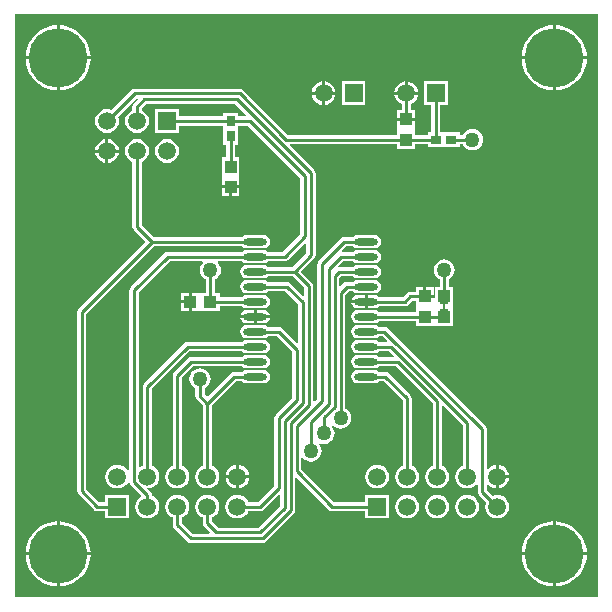
<source format=gtl>
%FSLAX24Y24*%
%MOIN*%
G70*
G01*
G75*
G04 Layer_Physical_Order=1*
G04 Layer_Color=255*
%ADD10R,0.0433X0.0394*%
%ADD11R,0.0394X0.0433*%
%ADD12R,0.0354X0.0276*%
%ADD13R,0.0276X0.0354*%
%ADD14O,0.0787X0.0236*%
%ADD15C,0.0100*%
%ADD16R,0.0100X0.0200*%
%ADD17R,0.0591X0.0591*%
%ADD18C,0.0591*%
%ADD19C,0.1969*%
%ADD20C,0.0500*%
G36*
X19565Y120D02*
X120D01*
Y19565D01*
X19565D01*
Y120D01*
D02*
G37*
%LPC*%
G36*
X16255Y4542D02*
Y4200D01*
X16597D01*
X16590Y4253D01*
X16550Y4349D01*
X16487Y4432D01*
X16404Y4495D01*
X16308Y4535D01*
X16255Y4542D01*
D02*
G37*
G36*
X6299Y7755D02*
X6208Y7743D01*
X6123Y7707D01*
X6050Y7651D01*
X5993Y7578D01*
X5958Y7493D01*
X5946Y7402D01*
X5958Y7310D01*
X5993Y7225D01*
X6050Y7152D01*
X6123Y7096D01*
X6146Y7086D01*
Y6827D01*
X6158Y6768D01*
X6191Y6719D01*
X6390Y6519D01*
Y4514D01*
X6344Y4495D01*
X6261Y4432D01*
X6198Y4349D01*
X6158Y4253D01*
X6145Y4150D01*
X6158Y4046D01*
X6198Y3950D01*
X6261Y3868D01*
X6344Y3804D01*
X6440Y3765D01*
X6543Y3751D01*
X6646Y3765D01*
X6743Y3804D01*
X6825Y3868D01*
X6889Y3950D01*
X6928Y4046D01*
X6942Y4150D01*
X6928Y4253D01*
X6889Y4349D01*
X6825Y4432D01*
X6743Y4495D01*
X6696Y4514D01*
Y6519D01*
X7506Y7329D01*
X7701D01*
X7704Y7325D01*
X7776Y7277D01*
X7861Y7260D01*
X8413D01*
X8498Y7277D01*
X8570Y7325D01*
X8618Y7397D01*
X8635Y7482D01*
X8618Y7567D01*
X8570Y7640D01*
X8498Y7688D01*
X8413Y7705D01*
X7861D01*
X7776Y7688D01*
X7704Y7640D01*
X7701Y7635D01*
X7443D01*
X7384Y7624D01*
X7335Y7590D01*
X6543Y6799D01*
X6452Y6890D01*
Y7086D01*
X6476Y7096D01*
X6549Y7152D01*
X6605Y7225D01*
X6640Y7310D01*
X6652Y7402D01*
X6640Y7493D01*
X6605Y7578D01*
X6549Y7651D01*
X6476Y7707D01*
X6391Y7743D01*
X6299Y7755D01*
D02*
G37*
G36*
X8413Y8205D02*
X7861D01*
X7776Y8188D01*
X7704Y8140D01*
X7701Y8135D01*
X6014D01*
X5965Y8126D01*
X5955Y8124D01*
X5906Y8090D01*
X5435Y7620D01*
X5402Y7570D01*
X5390Y7512D01*
Y4514D01*
X5344Y4495D01*
X5261Y4432D01*
X5198Y4349D01*
X5158Y4253D01*
X5145Y4150D01*
X5158Y4046D01*
X5198Y3950D01*
X5261Y3868D01*
X5344Y3804D01*
X5440Y3765D01*
X5543Y3751D01*
X5646Y3765D01*
X5743Y3804D01*
X5825Y3868D01*
X5889Y3950D01*
X5928Y4046D01*
X5942Y4150D01*
X5928Y4253D01*
X5889Y4349D01*
X5825Y4432D01*
X5743Y4495D01*
X5696Y4514D01*
Y7448D01*
X6077Y7829D01*
X7701D01*
X7704Y7825D01*
X7776Y7777D01*
X7861Y7760D01*
X8413D01*
X8498Y7777D01*
X8570Y7825D01*
X8618Y7897D01*
X8635Y7982D01*
X8618Y8067D01*
X8570Y8140D01*
X8498Y8188D01*
X8413Y8205D01*
D02*
G37*
G36*
X7593Y4542D02*
Y4200D01*
X7935D01*
X7928Y4253D01*
X7889Y4349D01*
X7825Y4432D01*
X7743Y4495D01*
X7646Y4535D01*
X7593Y4542D01*
D02*
G37*
G36*
X7935Y4100D02*
X7593D01*
Y3758D01*
X7646Y3765D01*
X7743Y3804D01*
X7825Y3868D01*
X7889Y3950D01*
X7928Y4046D01*
X7935Y4100D01*
D02*
G37*
G36*
X16597D02*
X16255D01*
Y3758D01*
X16308Y3765D01*
X16404Y3804D01*
X16487Y3868D01*
X16550Y3950D01*
X16590Y4046D01*
X16597Y4100D01*
D02*
G37*
G36*
X7493Y4542D02*
X7440Y4535D01*
X7344Y4495D01*
X7261Y4432D01*
X7198Y4349D01*
X7158Y4253D01*
X7151Y4200D01*
X7493D01*
Y4542D01*
D02*
G37*
G36*
X8413Y9705D02*
X8187D01*
Y9532D01*
X8625D01*
X8618Y9567D01*
X8570Y9640D01*
X8498Y9688D01*
X8413Y9705D01*
D02*
G37*
G36*
X5924Y9922D02*
X5657D01*
Y9675D01*
X5924D01*
Y9922D01*
D02*
G37*
G36*
X11788Y9932D02*
X11350D01*
X11357Y9897D01*
X11405Y9825D01*
X11477Y9777D01*
X11562Y9760D01*
X11788D01*
Y9932D01*
D02*
G37*
G36*
X8087Y9705D02*
X7861D01*
X7776Y9688D01*
X7704Y9640D01*
X7656Y9567D01*
X7649Y9532D01*
X8087D01*
Y9705D01*
D02*
G37*
G36*
X12113Y9205D02*
X11562D01*
X11477Y9188D01*
X11405Y9140D01*
X11357Y9067D01*
X11340Y8982D01*
X11357Y8897D01*
X11405Y8825D01*
X11477Y8777D01*
X11562Y8760D01*
X12113D01*
X12198Y8777D01*
X12271Y8825D01*
X12274Y8829D01*
X12386D01*
X12534Y8681D01*
X12515Y8635D01*
X12274D01*
X12271Y8640D01*
X12198Y8688D01*
X12113Y8705D01*
X11562D01*
X11477Y8688D01*
X11405Y8640D01*
X11357Y8567D01*
X11340Y8482D01*
X11357Y8397D01*
X11405Y8325D01*
X11477Y8277D01*
X11562Y8260D01*
X12113D01*
X12198Y8277D01*
X12271Y8325D01*
X12274Y8329D01*
X12603D01*
X12751Y8181D01*
X12732Y8135D01*
X12274D01*
X12271Y8140D01*
X12198Y8188D01*
X12113Y8205D01*
X11562D01*
X11477Y8188D01*
X11405Y8140D01*
X11357Y8067D01*
X11340Y7982D01*
X11357Y7897D01*
X11405Y7825D01*
X11477Y7777D01*
X11562Y7760D01*
X12113D01*
X12198Y7777D01*
X12271Y7825D01*
X12274Y7829D01*
X12821D01*
X14052Y6598D01*
Y4514D01*
X14005Y4495D01*
X13923Y4432D01*
X13859Y4349D01*
X13820Y4253D01*
X13806Y4150D01*
X13820Y4046D01*
X13859Y3950D01*
X13923Y3868D01*
X14005Y3804D01*
X14102Y3765D01*
X14205Y3751D01*
X14308Y3765D01*
X14404Y3804D01*
X14487Y3868D01*
X14550Y3950D01*
X14590Y4046D01*
X14603Y4150D01*
X14590Y4253D01*
X14550Y4349D01*
X14487Y4432D01*
X14404Y4495D01*
X14358Y4514D01*
Y6510D01*
X14404Y6529D01*
X15052Y5881D01*
Y4514D01*
X15005Y4495D01*
X14923Y4432D01*
X14859Y4349D01*
X14820Y4253D01*
X14806Y4150D01*
X14820Y4046D01*
X14859Y3950D01*
X14923Y3868D01*
X15005Y3804D01*
X15102Y3765D01*
X15205Y3751D01*
X15308Y3765D01*
X15404Y3804D01*
X15487Y3868D01*
X15508Y3896D01*
X15556Y3880D01*
Y3646D01*
X15567Y3587D01*
X15601Y3538D01*
X15839Y3299D01*
X15820Y3253D01*
X15806Y3150D01*
X15820Y3046D01*
X15859Y2950D01*
X15923Y2868D01*
X16005Y2804D01*
X16102Y2765D01*
X16205Y2751D01*
X16308Y2765D01*
X16404Y2804D01*
X16487Y2868D01*
X16550Y2950D01*
X16590Y3046D01*
X16603Y3150D01*
X16590Y3253D01*
X16550Y3349D01*
X16487Y3432D01*
X16404Y3495D01*
X16308Y3535D01*
X16205Y3548D01*
X16102Y3535D01*
X16055Y3515D01*
X15862Y3709D01*
Y3870D01*
X15909Y3886D01*
X15923Y3868D01*
X16005Y3804D01*
X16102Y3765D01*
X16155Y3758D01*
Y4150D01*
Y4542D01*
X16102Y4535D01*
X16005Y4495D01*
X15923Y4432D01*
X15909Y4413D01*
X15862Y4430D01*
Y5723D01*
X15852Y5772D01*
X15850Y5782D01*
X15817Y5831D01*
X12558Y9090D01*
X12508Y9124D01*
X12450Y9135D01*
X12274D01*
X12271Y9140D01*
X12198Y9188D01*
X12113Y9205D01*
D02*
G37*
G36*
X8087Y9432D02*
X7649D01*
X7656Y9397D01*
X7704Y9325D01*
X7776Y9277D01*
X7861Y9260D01*
X8087D01*
Y9432D01*
D02*
G37*
G36*
X8625D02*
X8187D01*
Y9260D01*
X8413D01*
X8498Y9277D01*
X8570Y9325D01*
X8618Y9397D01*
X8625Y9432D01*
D02*
G37*
G36*
X1525Y2658D02*
X1405Y2649D01*
X1239Y2609D01*
X1081Y2544D01*
X936Y2455D01*
X806Y2344D01*
X695Y2214D01*
X606Y2069D01*
X540Y1911D01*
X501Y1745D01*
X491Y1625D01*
X1525D01*
Y2658D01*
D02*
G37*
G36*
X1625D02*
Y1625D01*
X2658D01*
X2649Y1745D01*
X2609Y1911D01*
X2544Y2069D01*
X2455Y2214D01*
X2344Y2344D01*
X2214Y2455D01*
X2069Y2544D01*
X1911Y2609D01*
X1745Y2649D01*
X1625Y2658D01*
D02*
G37*
G36*
X18060D02*
X17940Y2649D01*
X17774Y2609D01*
X17616Y2544D01*
X17471Y2455D01*
X17341Y2344D01*
X17230Y2214D01*
X17141Y2069D01*
X17076Y1911D01*
X17036Y1745D01*
X17027Y1625D01*
X18060D01*
Y2658D01*
D02*
G37*
G36*
X19194Y1525D02*
X18160D01*
Y491D01*
X18280Y501D01*
X18446Y540D01*
X18604Y606D01*
X18750Y695D01*
X18879Y806D01*
X18990Y936D01*
X19079Y1081D01*
X19145Y1239D01*
X19184Y1405D01*
X19194Y1525D01*
D02*
G37*
G36*
X1525D02*
X491D01*
X501Y1405D01*
X540Y1239D01*
X606Y1081D01*
X695Y936D01*
X806Y806D01*
X936Y695D01*
X1081Y606D01*
X1239Y540D01*
X1405Y501D01*
X1525Y491D01*
Y1525D01*
D02*
G37*
G36*
X2658D02*
X1625D01*
Y491D01*
X1745Y501D01*
X1911Y540D01*
X2069Y606D01*
X2214Y695D01*
X2344Y806D01*
X2455Y936D01*
X2544Y1081D01*
X2609Y1239D01*
X2649Y1405D01*
X2658Y1525D01*
D02*
G37*
G36*
X18060D02*
X17027D01*
X17036Y1405D01*
X17076Y1239D01*
X17141Y1081D01*
X17230Y936D01*
X17341Y806D01*
X17471Y695D01*
X17616Y606D01*
X17774Y540D01*
X17940Y501D01*
X18060Y491D01*
Y1525D01*
D02*
G37*
G36*
X12205Y4548D02*
X12102Y4535D01*
X12005Y4495D01*
X11923Y4432D01*
X11859Y4349D01*
X11820Y4253D01*
X11806Y4150D01*
X11820Y4046D01*
X11859Y3950D01*
X11923Y3868D01*
X12005Y3804D01*
X12102Y3765D01*
X12205Y3751D01*
X12308Y3765D01*
X12404Y3804D01*
X12487Y3868D01*
X12550Y3950D01*
X12590Y4046D01*
X12603Y4150D01*
X12590Y4253D01*
X12550Y4349D01*
X12487Y4432D01*
X12404Y4495D01*
X12308Y4535D01*
X12205Y4548D01*
D02*
G37*
G36*
X12113Y7705D02*
X11562D01*
X11477Y7688D01*
X11405Y7640D01*
X11357Y7567D01*
X11340Y7482D01*
X11357Y7397D01*
X11405Y7325D01*
X11477Y7277D01*
X11562Y7260D01*
X12113D01*
X12198Y7277D01*
X12271Y7325D01*
X12274Y7329D01*
X12415D01*
X13052Y6693D01*
Y4514D01*
X13005Y4495D01*
X12923Y4432D01*
X12859Y4349D01*
X12820Y4253D01*
X12806Y4150D01*
X12820Y4046D01*
X12859Y3950D01*
X12923Y3868D01*
X13005Y3804D01*
X13102Y3765D01*
X13205Y3751D01*
X13308Y3765D01*
X13404Y3804D01*
X13487Y3868D01*
X13550Y3950D01*
X13590Y4046D01*
X13603Y4150D01*
X13590Y4253D01*
X13550Y4349D01*
X13487Y4432D01*
X13404Y4495D01*
X13358Y4514D01*
Y6756D01*
X13346Y6814D01*
X13313Y6864D01*
X12586Y7590D01*
X12537Y7624D01*
X12478Y7635D01*
X12274D01*
X12271Y7640D01*
X12198Y7688D01*
X12113Y7705D01*
D02*
G37*
G36*
X7493Y4100D02*
X7151D01*
X7158Y4046D01*
X7198Y3950D01*
X7261Y3868D01*
X7344Y3804D01*
X7440Y3765D01*
X7493Y3758D01*
Y4100D01*
D02*
G37*
G36*
X15205Y3548D02*
X15102Y3535D01*
X15005Y3495D01*
X14923Y3432D01*
X14859Y3349D01*
X14820Y3253D01*
X14806Y3150D01*
X14820Y3046D01*
X14859Y2950D01*
X14923Y2868D01*
X15005Y2804D01*
X15102Y2765D01*
X15205Y2751D01*
X15308Y2765D01*
X15404Y2804D01*
X15487Y2868D01*
X15550Y2950D01*
X15590Y3046D01*
X15603Y3150D01*
X15590Y3253D01*
X15550Y3349D01*
X15487Y3432D01*
X15404Y3495D01*
X15308Y3535D01*
X15205Y3548D01*
D02*
G37*
G36*
X18160Y2658D02*
Y1625D01*
X19194D01*
X19184Y1745D01*
X19145Y1911D01*
X19079Y2069D01*
X18990Y2214D01*
X18879Y2344D01*
X18750Y2455D01*
X18604Y2544D01*
X18446Y2609D01*
X18280Y2649D01*
X18160Y2658D01*
D02*
G37*
G36*
X13205Y3548D02*
X13102Y3535D01*
X13005Y3495D01*
X12923Y3432D01*
X12859Y3349D01*
X12820Y3253D01*
X12806Y3150D01*
X12820Y3046D01*
X12859Y2950D01*
X12923Y2868D01*
X13005Y2804D01*
X13102Y2765D01*
X13205Y2751D01*
X13308Y2765D01*
X13404Y2804D01*
X13487Y2868D01*
X13550Y2950D01*
X13590Y3046D01*
X13603Y3150D01*
X13590Y3253D01*
X13550Y3349D01*
X13487Y3432D01*
X13404Y3495D01*
X13308Y3535D01*
X13205Y3548D01*
D02*
G37*
G36*
X14205D02*
X14102Y3535D01*
X14005Y3495D01*
X13923Y3432D01*
X13859Y3349D01*
X13820Y3253D01*
X13806Y3150D01*
X13820Y3046D01*
X13859Y2950D01*
X13923Y2868D01*
X14005Y2804D01*
X14102Y2765D01*
X14205Y2751D01*
X14308Y2765D01*
X14404Y2804D01*
X14487Y2868D01*
X14550Y2950D01*
X14590Y3046D01*
X14603Y3150D01*
X14590Y3253D01*
X14550Y3349D01*
X14487Y3432D01*
X14404Y3495D01*
X14308Y3535D01*
X14205Y3548D01*
D02*
G37*
G36*
X13123Y17321D02*
X13070Y17314D01*
X12974Y17274D01*
X12891Y17211D01*
X12828Y17128D01*
X12788Y17032D01*
X12781Y16979D01*
X13123D01*
Y17321D01*
D02*
G37*
G36*
X13223D02*
Y16979D01*
X13565D01*
X13558Y17032D01*
X13519Y17128D01*
X13455Y17211D01*
X13373Y17274D01*
X13276Y17314D01*
X13223Y17321D01*
D02*
G37*
G36*
X1525Y18060D02*
X491D01*
X501Y17940D01*
X540Y17774D01*
X606Y17616D01*
X695Y17471D01*
X806Y17341D01*
X936Y17230D01*
X1081Y17141D01*
X1239Y17076D01*
X1405Y17036D01*
X1525Y17027D01*
Y18060D01*
D02*
G37*
G36*
X10467Y17321D02*
Y16979D01*
X10809D01*
X10802Y17032D01*
X10763Y17128D01*
X10699Y17211D01*
X10617Y17274D01*
X10521Y17314D01*
X10467Y17321D01*
D02*
G37*
G36*
X10367Y16879D02*
X10025D01*
X10032Y16826D01*
X10072Y16730D01*
X10135Y16647D01*
X10218Y16584D01*
X10314Y16544D01*
X10367Y16537D01*
Y16879D01*
D02*
G37*
G36*
X10809D02*
X10467D01*
Y16537D01*
X10521Y16544D01*
X10617Y16584D01*
X10699Y16647D01*
X10763Y16730D01*
X10802Y16826D01*
X10809Y16879D01*
D02*
G37*
G36*
X10367Y17321D02*
X10314Y17314D01*
X10218Y17274D01*
X10135Y17211D01*
X10072Y17128D01*
X10032Y17032D01*
X10025Y16979D01*
X10367D01*
Y17321D01*
D02*
G37*
G36*
X1625Y19194D02*
Y18160D01*
X2658D01*
X2649Y18280D01*
X2609Y18446D01*
X2544Y18604D01*
X2455Y18750D01*
X2344Y18879D01*
X2214Y18990D01*
X2069Y19079D01*
X1911Y19145D01*
X1745Y19184D01*
X1625Y19194D01*
D02*
G37*
G36*
X18060D02*
X17940Y19184D01*
X17774Y19145D01*
X17616Y19079D01*
X17471Y18990D01*
X17341Y18879D01*
X17230Y18750D01*
X17141Y18604D01*
X17076Y18446D01*
X17036Y18280D01*
X17027Y18160D01*
X18060D01*
Y19194D01*
D02*
G37*
G36*
X18160D02*
Y18160D01*
X19194D01*
X19184Y18280D01*
X19145Y18446D01*
X19079Y18604D01*
X18990Y18750D01*
X18879Y18879D01*
X18750Y18990D01*
X18604Y19079D01*
X18446Y19145D01*
X18280Y19184D01*
X18160Y19194D01*
D02*
G37*
G36*
X1525D02*
X1405Y19184D01*
X1239Y19145D01*
X1081Y19079D01*
X936Y18990D01*
X806Y18879D01*
X695Y18750D01*
X606Y18604D01*
X540Y18446D01*
X501Y18280D01*
X491Y18160D01*
X1525D01*
Y19194D01*
D02*
G37*
G36*
X2658Y18060D02*
X1625D01*
Y17027D01*
X1745Y17036D01*
X1911Y17076D01*
X2069Y17141D01*
X2214Y17230D01*
X2344Y17341D01*
X2455Y17471D01*
X2544Y17616D01*
X2609Y17774D01*
X2649Y17940D01*
X2658Y18060D01*
D02*
G37*
G36*
X18060D02*
X17027D01*
X17036Y17940D01*
X17076Y17774D01*
X17141Y17616D01*
X17230Y17471D01*
X17341Y17341D01*
X17471Y17230D01*
X17616Y17141D01*
X17774Y17076D01*
X17940Y17036D01*
X18060Y17027D01*
Y18060D01*
D02*
G37*
G36*
X19194D02*
X18160D01*
Y17027D01*
X18280Y17036D01*
X18446Y17076D01*
X18604Y17141D01*
X18750Y17230D01*
X18879Y17341D01*
X18990Y17471D01*
X19079Y17616D01*
X19145Y17774D01*
X19184Y17940D01*
X19194Y18060D01*
D02*
G37*
G36*
X11813Y17324D02*
X11022D01*
Y16534D01*
X11813D01*
Y17324D01*
D02*
G37*
G36*
X4200Y15399D02*
X4097Y15385D01*
X4001Y15345D01*
X3918Y15282D01*
X3855Y15199D01*
X3815Y15103D01*
X3801Y15000D01*
X3815Y14897D01*
X3855Y14801D01*
X3918Y14718D01*
X4001Y14655D01*
X4047Y14636D01*
Y12481D01*
X4047Y12481D01*
X4047D01*
X4059Y12423D01*
X4092Y12373D01*
X4483Y11982D01*
X2254Y9754D01*
X2221Y9704D01*
X2209Y9646D01*
Y3661D01*
X2209Y3661D01*
X2209D01*
X2221Y3603D01*
X2254Y3553D01*
X2766Y3041D01*
X2815Y3008D01*
X2874Y2997D01*
X3148D01*
Y2754D01*
X3939D01*
Y3545D01*
X3148D01*
Y3303D01*
X2937D01*
X2515Y3725D01*
Y9582D01*
X4762Y11829D01*
X7701D01*
X7704Y11825D01*
X7776Y11777D01*
X7861Y11760D01*
X8413D01*
X8498Y11777D01*
X8570Y11825D01*
X8618Y11897D01*
X8635Y11982D01*
X8618Y12067D01*
X8570Y12140D01*
X8498Y12188D01*
X8413Y12205D01*
X7861D01*
X7776Y12188D01*
X7704Y12140D01*
X7701Y12135D01*
X4762D01*
X4353Y12544D01*
Y14636D01*
X4399Y14655D01*
X4482Y14718D01*
X4545Y14801D01*
X4585Y14897D01*
X4599Y15000D01*
X4585Y15103D01*
X4545Y15199D01*
X4482Y15282D01*
X4399Y15345D01*
X4303Y15385D01*
X4200Y15399D01*
D02*
G37*
G36*
X7267Y13759D02*
X7020D01*
Y13493D01*
X7267D01*
Y13759D01*
D02*
G37*
G36*
X7614D02*
X7367D01*
Y13493D01*
X7614D01*
Y13759D01*
D02*
G37*
G36*
X14084Y10468D02*
X13837D01*
Y10202D01*
X14084D01*
Y10468D01*
D02*
G37*
G36*
X14439Y11387D02*
X14347Y11375D01*
X14262Y11340D01*
X14189Y11283D01*
X14133Y11210D01*
X14098Y11125D01*
X14086Y11034D01*
X14098Y10942D01*
X14133Y10857D01*
X14189Y10784D01*
X14262Y10728D01*
X14286Y10718D01*
Y10468D01*
X14146D01*
Y9835D01*
X14146Y9835D01*
X14146Y9799D01*
X14146D01*
Y9635D01*
X14084D01*
Y9799D01*
D01*
Y9799D01*
X14084Y9799D01*
Y9835D01*
X14084D01*
Y10102D01*
X13787D01*
Y10151D01*
X13737D01*
Y10468D01*
X13491D01*
Y10305D01*
X13301D01*
X13243Y10293D01*
X13193Y10260D01*
X13069Y10135D01*
X12274D01*
X12271Y10140D01*
X12198Y10188D01*
X12113Y10205D01*
X11888D01*
Y9982D01*
Y9760D01*
X12113D01*
X12198Y9777D01*
X12271Y9825D01*
X12274Y9829D01*
X13132D01*
X13190Y9841D01*
X13240Y9874D01*
X13365Y9999D01*
X13491D01*
Y9835D01*
X13491Y9835D01*
X13491Y9799D01*
X13491D01*
Y9635D01*
X12274D01*
X12271Y9640D01*
X12198Y9688D01*
X12113Y9705D01*
X11562D01*
X11477Y9688D01*
X11405Y9640D01*
X11357Y9567D01*
X11340Y9482D01*
X11357Y9397D01*
X11405Y9325D01*
X11477Y9277D01*
X11562Y9260D01*
X12113D01*
X12198Y9277D01*
X12271Y9325D01*
X12274Y9329D01*
X13491D01*
Y9166D01*
X14084D01*
Y9329D01*
X14146D01*
Y9166D01*
X14740D01*
Y9799D01*
D01*
Y9799D01*
X14740Y9799D01*
Y9835D01*
X14740D01*
Y10468D01*
X14592D01*
Y10718D01*
X14615Y10728D01*
X14688Y10784D01*
X14744Y10857D01*
X14780Y10942D01*
X14792Y11034D01*
X14780Y11125D01*
X14744Y11210D01*
X14688Y11283D01*
X14615Y11340D01*
X14530Y11375D01*
X14439Y11387D01*
D02*
G37*
G36*
X5924Y10268D02*
X5657D01*
Y10022D01*
X5924D01*
Y10268D01*
D02*
G37*
G36*
X11788Y10205D02*
X11562D01*
X11477Y10188D01*
X11405Y10140D01*
X11357Y10067D01*
X11350Y10032D01*
X11788D01*
Y10205D01*
D02*
G37*
G36*
X3250Y15392D02*
Y15050D01*
X3592D01*
X3585Y15103D01*
X3545Y15199D01*
X3482Y15282D01*
X3399Y15345D01*
X3303Y15385D01*
X3250Y15392D01*
D02*
G37*
G36*
X14569Y17324D02*
X13778D01*
Y16534D01*
X14010D01*
Y15621D01*
X13886D01*
Y15536D01*
X13467D01*
Y15700D01*
D01*
Y15700D01*
X13467Y15700D01*
Y15736D01*
X13467D01*
Y16003D01*
X12873D01*
Y15736D01*
X12873Y15736D01*
X12873Y15700D01*
X12873D01*
Y15536D01*
X9222D01*
X7729Y17029D01*
X7679Y17063D01*
X7621Y17074D01*
X4121D01*
X4072Y17064D01*
X4063Y17063D01*
X4013Y17029D01*
X3350Y16366D01*
X3303Y16385D01*
X3200Y16399D01*
X3097Y16385D01*
X3001Y16345D01*
X2918Y16282D01*
X2855Y16199D01*
X2815Y16103D01*
X2801Y16000D01*
X2815Y15897D01*
X2855Y15801D01*
X2918Y15718D01*
X3001Y15655D01*
X3097Y15615D01*
X3200Y15601D01*
X3303Y15615D01*
X3399Y15655D01*
X3482Y15718D01*
X3545Y15801D01*
X3585Y15897D01*
X3599Y16000D01*
X3585Y16103D01*
X3566Y16150D01*
X4166Y16750D01*
X4215Y16740D01*
X4222Y16722D01*
X4092Y16592D01*
X4059Y16542D01*
X4047Y16483D01*
Y16364D01*
X4001Y16345D01*
X3918Y16282D01*
X3855Y16199D01*
X3815Y16103D01*
X3801Y16000D01*
X3815Y15897D01*
X3855Y15801D01*
X3918Y15718D01*
X4001Y15655D01*
X4097Y15615D01*
X4200Y15601D01*
X4303Y15615D01*
X4399Y15655D01*
X4482Y15718D01*
X4545Y15801D01*
X4585Y15897D01*
X4599Y16000D01*
X4585Y16103D01*
X4545Y16199D01*
X4482Y16282D01*
X4399Y16345D01*
X4353Y16364D01*
Y16420D01*
X4501Y16568D01*
X7475D01*
X7844Y16199D01*
X7825Y16153D01*
X7555D01*
Y16277D01*
X7080D01*
Y16153D01*
X5595D01*
Y16395D01*
X4805D01*
Y15605D01*
X5595D01*
Y15847D01*
X7080D01*
Y15723D01*
Y15211D01*
X7164D01*
Y14795D01*
X7020D01*
Y14162D01*
X7020Y14162D01*
X7020Y14126D01*
X7020D01*
Y13859D01*
X7614D01*
Y14126D01*
D01*
Y14126D01*
X7614Y14126D01*
Y14162D01*
X7614D01*
Y14795D01*
X7470D01*
Y15211D01*
X7555D01*
Y15723D01*
Y15847D01*
X7913D01*
X9650Y14110D01*
Y12229D01*
X9057Y11635D01*
X8573D01*
X8570Y11640D01*
X8498Y11688D01*
X8413Y11705D01*
X7861D01*
X7776Y11688D01*
X7704Y11640D01*
X7701Y11635D01*
X5222D01*
X5164Y11624D01*
X5114Y11590D01*
X3990Y10466D01*
X3957Y10416D01*
X3945Y10358D01*
Y4341D01*
X3896Y4331D01*
X3889Y4349D01*
X3825Y4432D01*
X3743Y4495D01*
X3646Y4535D01*
X3543Y4548D01*
X3440Y4535D01*
X3344Y4495D01*
X3261Y4432D01*
X3198Y4349D01*
X3158Y4253D01*
X3145Y4150D01*
X3158Y4046D01*
X3198Y3950D01*
X3261Y3868D01*
X3344Y3804D01*
X3440Y3765D01*
X3543Y3751D01*
X3646Y3765D01*
X3743Y3804D01*
X3825Y3868D01*
X3889Y3950D01*
X3895Y3965D01*
X3922D01*
X3946Y3963D01*
X3957Y3907D01*
X3990Y3857D01*
X4322Y3525D01*
X4318Y3475D01*
X4261Y3432D01*
X4198Y3349D01*
X4158Y3253D01*
X4145Y3150D01*
X4158Y3046D01*
X4198Y2950D01*
X4261Y2868D01*
X4344Y2804D01*
X4440Y2765D01*
X4543Y2751D01*
X4646Y2765D01*
X4743Y2804D01*
X4825Y2868D01*
X4889Y2950D01*
X4928Y3046D01*
X4942Y3150D01*
X4928Y3253D01*
X4889Y3349D01*
X4825Y3432D01*
X4743Y3495D01*
X4696Y3514D01*
Y3520D01*
X4685Y3578D01*
X4651Y3628D01*
X4538Y3741D01*
X4543Y3751D01*
X4646Y3765D01*
X4743Y3804D01*
X4825Y3868D01*
X4889Y3950D01*
X4928Y4046D01*
X4942Y4150D01*
X4928Y4253D01*
X4889Y4349D01*
X4825Y4432D01*
X4743Y4495D01*
X4696Y4514D01*
Y7078D01*
X5947Y8329D01*
X7701D01*
X7704Y8325D01*
X7776Y8277D01*
X7861Y8260D01*
X8413D01*
X8498Y8277D01*
X8570Y8325D01*
X8618Y8397D01*
X8635Y8482D01*
X8618Y8567D01*
X8570Y8640D01*
X8498Y8688D01*
X8413Y8705D01*
X7861D01*
X7776Y8688D01*
X7704Y8640D01*
X7701Y8635D01*
X5884D01*
X5825Y8624D01*
X5776Y8590D01*
X4435Y7250D01*
X4402Y7200D01*
X4390Y7142D01*
Y4514D01*
X4344Y4495D01*
X4296Y4458D01*
X4251Y4480D01*
Y10295D01*
X5286Y11329D01*
X6378D01*
X6394Y11283D01*
X6338Y11210D01*
X6302Y11125D01*
X6290Y11034D01*
X6302Y10942D01*
X6338Y10857D01*
X6394Y10784D01*
X6467Y10728D01*
X6490Y10718D01*
Y10268D01*
X6327D01*
D01*
D01*
X6327Y10268D01*
X6291D01*
Y10268D01*
X6024D01*
Y9972D01*
Y9675D01*
X6291D01*
Y9675D01*
X6291D01*
X6291Y9675D01*
X6327D01*
Y9675D01*
X6960D01*
Y9819D01*
X7714D01*
X7776Y9777D01*
X7861Y9760D01*
X8413D01*
X8498Y9777D01*
X8570Y9825D01*
X8618Y9897D01*
X8635Y9982D01*
X8618Y10067D01*
X8570Y10140D01*
X8498Y10188D01*
X8413Y10205D01*
X7861D01*
X7776Y10188D01*
X7704Y10140D01*
X7694Y10125D01*
X6960D01*
Y10268D01*
X6796D01*
Y10718D01*
X6820Y10728D01*
X6893Y10784D01*
X6949Y10857D01*
X6984Y10942D01*
X6996Y11034D01*
X6984Y11125D01*
X6949Y11210D01*
X6893Y11283D01*
X6909Y11329D01*
X7701D01*
X7704Y11325D01*
X7776Y11277D01*
X7861Y11260D01*
X8413D01*
X8498Y11277D01*
X8570Y11325D01*
X8573Y11329D01*
X9120D01*
X9179Y11341D01*
X9228Y11374D01*
X9804Y11950D01*
X9850Y11931D01*
Y11598D01*
X9387Y11135D01*
X8573D01*
X8570Y11140D01*
X8498Y11188D01*
X8413Y11205D01*
X7861D01*
X7776Y11188D01*
X7704Y11140D01*
X7656Y11067D01*
X7639Y10982D01*
X7656Y10897D01*
X7704Y10825D01*
X7776Y10777D01*
X7861Y10760D01*
X8413D01*
X8498Y10777D01*
X8570Y10825D01*
X8573Y10829D01*
X9387D01*
X9777Y10439D01*
Y10189D01*
X9731Y10170D01*
X9311Y10590D01*
X9261Y10624D01*
X9203Y10635D01*
X8573D01*
X8570Y10640D01*
X8498Y10688D01*
X8413Y10705D01*
X7861D01*
X7776Y10688D01*
X7704Y10640D01*
X7656Y10567D01*
X7639Y10482D01*
X7656Y10397D01*
X7704Y10325D01*
X7776Y10277D01*
X7861Y10260D01*
X8413D01*
X8498Y10277D01*
X8570Y10325D01*
X8573Y10329D01*
X9139D01*
X9577Y9891D01*
Y8618D01*
X9531Y8598D01*
X9039Y9090D01*
X8990Y9124D01*
X8931Y9135D01*
X8573D01*
X8570Y9140D01*
X8498Y9188D01*
X8413Y9205D01*
X7861D01*
X7776Y9188D01*
X7704Y9140D01*
X7656Y9067D01*
X7639Y8982D01*
X7656Y8897D01*
X7704Y8825D01*
X7776Y8777D01*
X7861Y8760D01*
X8413D01*
X8498Y8777D01*
X8570Y8825D01*
X8573Y8829D01*
X8868D01*
X9377Y8320D01*
Y6759D01*
X8819Y6201D01*
X8786Y6151D01*
X8775Y6093D01*
Y3833D01*
X8244Y3303D01*
X7908D01*
X7889Y3349D01*
X7825Y3432D01*
X7743Y3495D01*
X7646Y3535D01*
X7543Y3548D01*
X7440Y3535D01*
X7344Y3495D01*
X7261Y3432D01*
X7198Y3349D01*
X7158Y3253D01*
X7145Y3150D01*
X7158Y3046D01*
X7198Y2950D01*
X7261Y2868D01*
X7344Y2804D01*
X7440Y2765D01*
X7543Y2751D01*
X7646Y2765D01*
X7743Y2804D01*
X7825Y2868D01*
X7889Y2950D01*
X7908Y2997D01*
X8307D01*
X8366Y3008D01*
X8415Y3041D01*
X8415Y3041D01*
X8415Y3041D01*
X8928Y3555D01*
X8975Y3536D01*
Y3175D01*
X8240Y2440D01*
X6911D01*
X6696Y2654D01*
Y2785D01*
X6743Y2804D01*
X6825Y2868D01*
X6889Y2950D01*
X6928Y3046D01*
X6942Y3150D01*
X6928Y3253D01*
X6889Y3349D01*
X6825Y3432D01*
X6743Y3495D01*
X6646Y3535D01*
X6543Y3548D01*
X6440Y3535D01*
X6344Y3495D01*
X6261Y3432D01*
X6198Y3349D01*
X6158Y3253D01*
X6145Y3150D01*
X6158Y3046D01*
X6198Y2950D01*
X6261Y2868D01*
X6344Y2804D01*
X6390Y2785D01*
Y2591D01*
X6390Y2591D01*
X6390D01*
X6402Y2532D01*
X6435Y2482D01*
X6632Y2286D01*
X6613Y2240D01*
X6048D01*
X5696Y2591D01*
Y2785D01*
X5743Y2804D01*
X5825Y2868D01*
X5889Y2950D01*
X5928Y3046D01*
X5942Y3150D01*
X5928Y3253D01*
X5889Y3349D01*
X5825Y3432D01*
X5743Y3495D01*
X5646Y3535D01*
X5543Y3548D01*
X5440Y3535D01*
X5344Y3495D01*
X5261Y3432D01*
X5198Y3349D01*
X5158Y3253D01*
X5145Y3150D01*
X5158Y3046D01*
X5198Y2950D01*
X5261Y2868D01*
X5344Y2804D01*
X5390Y2785D01*
Y2528D01*
X5390Y2528D01*
X5390D01*
X5402Y2469D01*
X5435Y2419D01*
X5876Y1978D01*
X5926Y1945D01*
X5935Y1943D01*
X5984Y1934D01*
X8386D01*
X8444Y1945D01*
X8494Y1978D01*
X9436Y2920D01*
X9469Y2970D01*
X9481Y3028D01*
Y4088D01*
X9527Y4107D01*
X10593Y3041D01*
X10642Y3008D01*
X10701Y2997D01*
X11809D01*
Y2754D01*
X12600D01*
Y3545D01*
X11809D01*
Y3303D01*
X10764D01*
X9681Y4386D01*
Y4764D01*
X9728Y4780D01*
X9750Y4750D01*
X9823Y4694D01*
X9909Y4659D01*
X10000Y4647D01*
X10091Y4659D01*
X10177Y4694D01*
X10250Y4750D01*
X10306Y4823D01*
X10341Y4909D01*
X10353Y5000D01*
X10341Y5091D01*
X10306Y5177D01*
X10266Y5229D01*
X10296Y5268D01*
X10342Y5250D01*
X10433Y5238D01*
X10524Y5250D01*
X10610Y5285D01*
X10683Y5341D01*
X10739Y5414D01*
X10774Y5499D01*
X10786Y5591D01*
X10774Y5682D01*
X10739Y5767D01*
X10701Y5816D01*
X10704Y5818D01*
D01*
X10737Y5851D01*
X10808Y5797D01*
X10893Y5761D01*
X10984Y5749D01*
X11076Y5761D01*
X11161Y5797D01*
X11234Y5853D01*
X11290Y5926D01*
X11325Y6011D01*
X11337Y6102D01*
X11325Y6194D01*
X11290Y6279D01*
X11234Y6352D01*
X11161Y6408D01*
X11137Y6418D01*
Y10212D01*
X11254Y10329D01*
X11402D01*
X11405Y10325D01*
X11477Y10277D01*
X11562Y10260D01*
X12113D01*
X12198Y10277D01*
X12271Y10325D01*
X12319Y10397D01*
X12336Y10482D01*
X12319Y10567D01*
X12271Y10640D01*
X12198Y10688D01*
X12113Y10705D01*
X11562D01*
X11477Y10688D01*
X11405Y10640D01*
X11402Y10635D01*
X11191D01*
X11132Y10624D01*
X11083Y10590D01*
X10983Y10491D01*
X10937Y10510D01*
Y10760D01*
X11006Y10829D01*
X11402D01*
X11405Y10825D01*
X11477Y10777D01*
X11562Y10760D01*
X12113D01*
X12198Y10777D01*
X12271Y10825D01*
X12319Y10897D01*
X12336Y10982D01*
X12319Y11067D01*
X12271Y11140D01*
X12198Y11188D01*
X12113Y11205D01*
X11562D01*
X11477Y11188D01*
X11405Y11140D01*
X11402Y11135D01*
X10943D01*
X10935Y11134D01*
X10911Y11178D01*
X11063Y11329D01*
X11402D01*
X11405Y11325D01*
X11477Y11277D01*
X11562Y11260D01*
X12113D01*
X12198Y11277D01*
X12271Y11325D01*
X12319Y11397D01*
X12336Y11482D01*
X12319Y11567D01*
X12271Y11640D01*
X12198Y11688D01*
X12113Y11705D01*
X11562D01*
X11477Y11688D01*
X11405Y11640D01*
X11402Y11635D01*
X11051D01*
X11032Y11681D01*
X11179Y11829D01*
X11402D01*
X11405Y11825D01*
X11477Y11777D01*
X11562Y11760D01*
X12113D01*
X12198Y11777D01*
X12271Y11825D01*
X12319Y11897D01*
X12336Y11982D01*
X12319Y12067D01*
X12271Y12140D01*
X12198Y12188D01*
X12113Y12205D01*
X11562D01*
X11477Y12188D01*
X11405Y12140D01*
X11402Y12135D01*
X11116D01*
X11058Y12124D01*
X11008Y12090D01*
X10250Y11332D01*
X10217Y11283D01*
X10205Y11224D01*
Y6734D01*
X10130Y6659D01*
X10083Y6678D01*
Y10503D01*
X10072Y10561D01*
X10039Y10611D01*
X9667Y10982D01*
X10111Y11427D01*
X10144Y11476D01*
X10146Y11486D01*
X10156Y11535D01*
Y14256D01*
X10144Y14315D01*
X10111Y14364D01*
X9291Y15184D01*
X9310Y15231D01*
X12873D01*
Y15067D01*
X13467D01*
Y15231D01*
X13886D01*
Y15146D01*
X14952D01*
Y15231D01*
X15068D01*
X15078Y15207D01*
X15134Y15134D01*
X15207Y15078D01*
X15292Y15042D01*
X15383Y15030D01*
X15475Y15042D01*
X15560Y15078D01*
X15633Y15134D01*
X15689Y15207D01*
X15724Y15292D01*
X15736Y15383D01*
X15724Y15475D01*
X15689Y15560D01*
X15633Y15633D01*
X15560Y15689D01*
X15475Y15724D01*
X15383Y15736D01*
X15292Y15724D01*
X15207Y15689D01*
X15134Y15633D01*
X15078Y15560D01*
X15068Y15536D01*
X14952D01*
Y15621D01*
X14316D01*
Y16534D01*
X14569D01*
Y17324D01*
D02*
G37*
G36*
X13565Y16879D02*
X12781D01*
X12788Y16826D01*
X12828Y16730D01*
X12891Y16647D01*
X12974Y16584D01*
X13017Y16566D01*
Y16369D01*
X12873D01*
Y16103D01*
X13467D01*
Y16369D01*
X13323D01*
Y16563D01*
X13373Y16584D01*
X13455Y16647D01*
X13519Y16730D01*
X13558Y16826D01*
X13565Y16879D01*
D02*
G37*
G36*
X3150Y15392D02*
X3097Y15385D01*
X3001Y15345D01*
X2918Y15282D01*
X2855Y15199D01*
X2815Y15103D01*
X2808Y15050D01*
X3150D01*
Y15392D01*
D02*
G37*
G36*
X5200Y15399D02*
X5097Y15385D01*
X5001Y15345D01*
X4918Y15282D01*
X4855Y15199D01*
X4815Y15103D01*
X4801Y15000D01*
X4815Y14897D01*
X4855Y14801D01*
X4918Y14718D01*
X5001Y14655D01*
X5097Y14615D01*
X5200Y14601D01*
X5303Y14615D01*
X5399Y14655D01*
X5482Y14718D01*
X5545Y14801D01*
X5585Y14897D01*
X5599Y15000D01*
X5585Y15103D01*
X5545Y15199D01*
X5482Y15282D01*
X5399Y15345D01*
X5303Y15385D01*
X5200Y15399D01*
D02*
G37*
G36*
X3150Y14950D02*
X2808D01*
X2815Y14897D01*
X2855Y14801D01*
X2918Y14718D01*
X3001Y14655D01*
X3097Y14615D01*
X3150Y14608D01*
Y14950D01*
D02*
G37*
G36*
X3592D02*
X3250D01*
Y14608D01*
X3303Y14615D01*
X3399Y14655D01*
X3482Y14718D01*
X3545Y14801D01*
X3585Y14897D01*
X3592Y14950D01*
D02*
G37*
%LPD*%
D10*
X6643Y9972D02*
D03*
X5974D02*
D03*
D11*
X13170Y15383D02*
D03*
Y16053D02*
D03*
X14443Y9482D02*
D03*
Y10152D02*
D03*
X13787Y9482D02*
D03*
Y10152D02*
D03*
X7317Y14479D02*
D03*
Y13809D02*
D03*
D12*
X14675Y15383D02*
D03*
X14163D02*
D03*
D13*
X14443Y9561D02*
D03*
Y10073D02*
D03*
X7317Y15488D02*
D03*
Y16000D02*
D03*
D14*
X8137Y11982D02*
D03*
Y11482D02*
D03*
Y10982D02*
D03*
Y10482D02*
D03*
Y9982D02*
D03*
Y9482D02*
D03*
Y8982D02*
D03*
Y8482D02*
D03*
Y7982D02*
D03*
Y7482D02*
D03*
X11838Y11982D02*
D03*
Y11482D02*
D03*
Y10982D02*
D03*
Y10482D02*
D03*
Y9982D02*
D03*
Y9482D02*
D03*
Y8982D02*
D03*
Y8482D02*
D03*
Y7982D02*
D03*
Y7482D02*
D03*
D15*
X14163Y15383D02*
Y16929D01*
X10394Y5630D02*
X10433Y5669D01*
X10354Y5591D02*
X10394Y5630D01*
X13787Y9482D02*
X14443D01*
X13170Y16053D02*
Y16929D01*
X11838Y8982D02*
X12450D01*
X11838Y8482D02*
X12667D01*
X15205Y5944D01*
X11838Y7982D02*
X12884D01*
X4438Y16721D02*
X7538D01*
X4200Y16483D02*
X4438Y16721D01*
X4200Y16000D02*
Y16483D01*
X7538Y16721D02*
X10003Y14256D01*
X9451Y10982D02*
X10003Y11535D01*
Y14256D01*
X7976Y16000D02*
X9803Y14173D01*
Y12165D02*
Y14173D01*
X9120Y11482D02*
X9803Y12165D01*
X4121Y16921D02*
X7621D01*
X9159Y15383D01*
X13170D01*
X14675D02*
X15383D01*
X3200Y16000D02*
X4121Y16921D01*
X6299Y6827D02*
X6543Y6583D01*
X6299Y6827D02*
Y7402D01*
X7443Y7482D02*
X8137D01*
X6543Y6583D02*
X7443Y7482D01*
X6543Y4150D02*
Y6583D01*
X6014Y7982D02*
X8137D01*
X5543Y7512D02*
X6014Y7982D01*
X5543Y4150D02*
Y7512D01*
X5884Y8482D02*
X8137D01*
X4543Y7142D02*
X5884Y8482D01*
X4543Y4150D02*
Y7142D01*
X8137Y11482D02*
X9120D01*
X4200Y12481D02*
Y15000D01*
Y12481D02*
X4699Y11982D01*
X5984Y2087D02*
X8386D01*
X5543Y2528D02*
X5984Y2087D01*
X5543Y2528D02*
Y3150D01*
X6847Y2287D02*
X8303D01*
X6543Y2591D02*
X6847Y2287D01*
X6543Y2591D02*
Y3150D01*
X8928Y6093D02*
X9530Y6696D01*
X8137Y8982D02*
X8931D01*
X9530Y8383D01*
Y6696D02*
Y8383D01*
X8928Y3770D02*
Y6093D01*
X8307Y3150D02*
X8928Y3770D01*
X7543Y3150D02*
X8307D01*
X8303Y2287D02*
X9128Y3111D01*
Y6006D01*
X9730Y6609D01*
Y9955D01*
X9203Y10482D02*
X9730Y9955D01*
X8137Y10482D02*
X9203D01*
X8137Y10982D02*
X9451D01*
X9930Y10503D01*
Y6526D02*
Y10503D01*
X9328Y5923D02*
X9930Y6526D01*
X9328Y3028D02*
Y5923D01*
X8386Y2087D02*
X9328Y3028D01*
X10358Y11224D02*
X11116Y11982D01*
X9528Y4323D02*
Y5841D01*
X10358Y6671D01*
Y11224D01*
X9528Y4323D02*
X10701Y3150D01*
X10000Y5967D02*
X10584Y6551D01*
X10433Y6117D02*
X10784Y6468D01*
X10433Y5669D02*
Y6117D01*
X10354Y5591D02*
X10433D01*
X10000Y5000D02*
Y5967D01*
X10584Y11067D02*
X11000Y11482D01*
X10584Y6551D02*
Y11067D01*
X10784Y10824D02*
X10943Y10982D01*
X10784Y6468D02*
Y10824D01*
X4098Y3965D02*
Y10358D01*
X5222Y11482D02*
X8137D01*
X4098Y10358D02*
X5222Y11482D01*
X4098Y3965D02*
X4543Y3520D01*
Y3150D02*
Y3520D01*
X2874Y3150D02*
X3543D01*
X2362Y3661D02*
X2874Y3150D01*
X2362Y3661D02*
Y9646D01*
X4699Y11982D01*
X8137D01*
X11838Y7482D02*
X12478D01*
X6643Y9972D02*
X8008D01*
X11838Y9482D02*
X13787D01*
X11838Y9982D02*
X13132D01*
X13301Y10152D01*
X13787D01*
X14443Y10073D02*
Y10152D01*
X6643Y9972D02*
Y11034D01*
X14439Y10277D02*
Y11034D01*
X11116Y11982D02*
X11838D01*
X11000Y11482D02*
X11838D01*
X10943Y10982D02*
X11838D01*
X11191Y10482D02*
X11838D01*
X10984Y10276D02*
X11191Y10482D01*
X10984Y6102D02*
Y10276D01*
X13170Y15383D02*
X14163D01*
X7317Y14479D02*
Y15488D01*
X5200Y16000D02*
X7317D01*
X7976D01*
X10701Y3150D02*
X12205D01*
X15205Y4150D02*
Y5944D01*
X12478Y7482D02*
X13205Y6756D01*
Y4213D02*
Y6756D01*
X12884Y7982D02*
X14205Y6661D01*
Y4220D02*
Y6661D01*
X15709Y3646D02*
X16205Y3150D01*
X15709Y3646D02*
Y5723D01*
X12450Y8982D02*
X15709Y5723D01*
D16*
X14443Y9817D02*
D03*
D17*
X3543Y3150D02*
D03*
X12205D02*
D03*
X14173Y16929D02*
D03*
X11417D02*
D03*
X5200Y16000D02*
D03*
D18*
X4543Y3150D02*
D03*
X5543D02*
D03*
X6543D02*
D03*
X7543D02*
D03*
X3543Y4150D02*
D03*
X4543D02*
D03*
X5543D02*
D03*
X6543D02*
D03*
X7543D02*
D03*
X13205Y3150D02*
D03*
X14205D02*
D03*
X15205D02*
D03*
X16205D02*
D03*
X12205Y4150D02*
D03*
X13205D02*
D03*
X14205D02*
D03*
X15205D02*
D03*
X16205D02*
D03*
X13173Y16929D02*
D03*
X10417D02*
D03*
X3200Y15000D02*
D03*
Y16000D02*
D03*
X4200Y15000D02*
D03*
Y16000D02*
D03*
X5200Y15000D02*
D03*
D19*
X18110Y18110D02*
D03*
Y1575D02*
D03*
X1575D02*
D03*
Y18110D02*
D03*
D20*
X15383Y15383D02*
D03*
X6299Y7402D02*
D03*
X10433Y5591D02*
D03*
X6643Y11034D02*
D03*
X14439D02*
D03*
X10000Y5000D02*
D03*
X10984Y6102D02*
D03*
M02*

</source>
